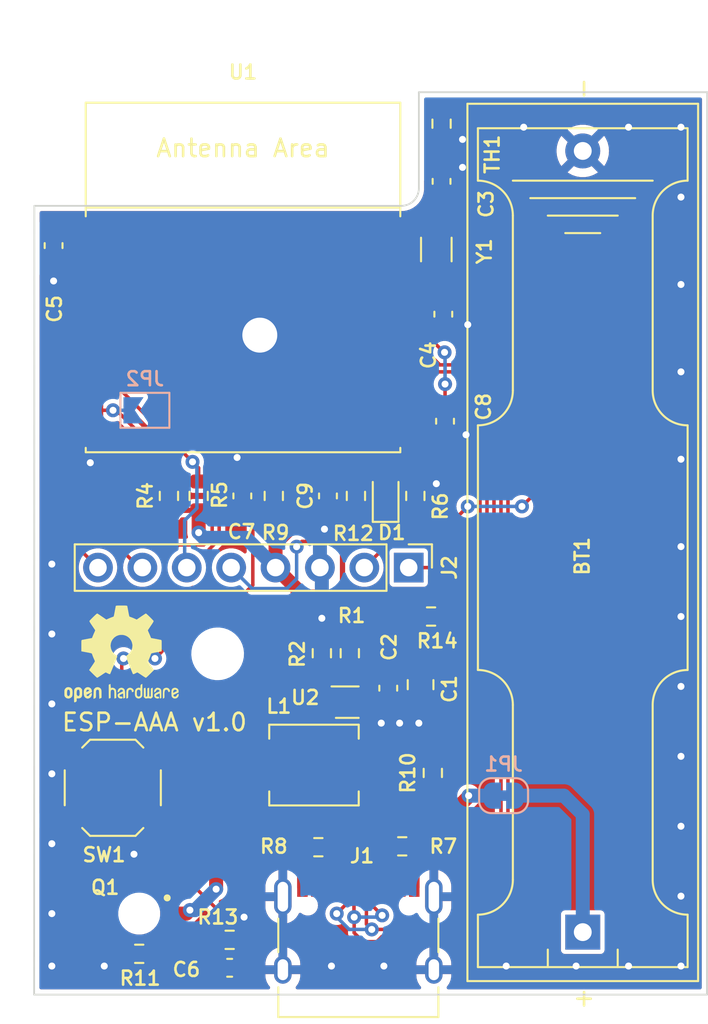
<source format=kicad_pcb>
(kicad_pcb (version 20240108) (generator "pcbnew") (generator_version "8.0")
  (layers (0 "F.Cu" signal) (31 "B.Cu" signal) (34 "B.Paste" user) (35 "F.Paste" user) (36 "B.SilkS" user "B.Silkscreen") (37 "F.SilkS" user "F.Silkscreen") (38 "B.Mask" user) (39 "F.Mask" user) (44 "Edge.Cuts" user))
  (property "VERSION" "1.0")
  (net 0 "")
  (net 1 "GND")
  (net 2 "Net-(JP1-B)")
  (net 3 "Net-(U2-FB)")
  (net 4 "Net-(U1-GPIO0{slash}ADC1_CH0{slash}XTAL_32K_P)")
  (net 5 "Net-(U1-GPIO1{slash}ADC1_CH1{slash}XTAL_32K_N)")
  (net 6 "+3V3")
  (net 7 "Net-(U1-EN{slash}CHIP_PU)")
  (net 8 "/VBAT_SENS")
  (net 9 "Net-(D1-K)")
  (net 11 "Net-(J1-CC1)")
  (net 12 "/D+")
  (net 13 "/D-")
  (net 15 "Net-(J1-CC2)")
  (net 17 "/TXD")
  (net 18 "/RXD")
  (net 19 "/G8")
  (net 20 "Net-(U2-SW)")
  (net 21 "/G5")
  (net 22 "/G9")
  (net 23 "Net-(BT1-+)")
  (net 24 "/PHOTO_SENS")
  (net 25 "/TEMP_SENS")
  (net 26 "/G10")
  (net 27 "/G7")
  (net 28 "/PHOTO_INT")
  (footprint "Battery:BatteryHolder_Keystone_2466_1xAAA" (layer "F.Cu") (at 119.38 134.06 90)
    (property "Reference" "BT1")
    (property "Value" "AAA")
  )
  (footprint "Capacitor_SMD:C_0603_1608Metric" (layer "F.Cu") (at 99.175 136.1)
    (property "Reference" "C6")
    (property "Value" "0.1u")
  )
  (footprint "Resistor_SMD:R_0603_1608Metric" (layer "F.Cu") (at 99.175 134.5)
    (property "Reference" "R13")
    (property "Value" "100k")
  )
  (footprint "Resistor_SMD:R_0603_1608Metric" (layer "F.Cu") (at 106.05 118.1 90)
    (property "Reference" "R2")
    (property "Value" "1.3M")
  )
  (footprint "Resistor_SMD:R_0603_1608Metric" (layer "F.Cu") (at 109.8 109.1 -90)
    (property "Reference" "R6")
    (property "Value" "1.2k")
  )
  (footprint "Resistor_SMD:R_0603_1608Metric" (layer "F.Cu") (at 109.05 129.15)
    (property "Reference" "R7")
    (property "Value" "5.1k")
  )
  (footprint "Capacitor_SMD:C_0603_1608Metric" (layer "F.Cu") (at 99.9 109.1 -90)
    (property "Reference" "C7")
    (property "Value" "1u")
  )
  (footprint "Capacitor_SMD:C_0603_1608Metric" (layer "F.Cu") (at 108.25 120.1 -90)
    (property "Reference" "C2")
    (property "Value" "1u")
  )
  (footprint "Resistor_SMD:R_0603_1608Metric" (layer "F.Cu") (at 111.3 87.8 -90)
    (property "Reference" "TH1")
    (property "Value" "TX06F103F3435ER")
  )
  (footprint "Resistor_SMD:R_0603_1608Metric" (layer "F.Cu") (at 94 135.3)
    (property "Reference" "R11")
    (property "Value" "100k")
  )
  (footprint "Capacitor_SMD:C_0603_1608Metric" (layer "F.Cu") (at 104.8 109.1 -90)
    (property "Reference" "C9")
    (property "Value" "0.1u")
  )
  (footprint "Capacitor_SMD:C_0603_1608Metric" (layer "F.Cu") (at 89.1 94.775 -90)
    (property "Reference" "C5")
    (property "Value" "1u")
  )
  (footprint "PCM_Espressif:ESP32-C3-WROOM-02" (layer "F.Cu") (at 99.94 99.6)
    (property "Reference" "U1")
    (property "Value" "ESP32-C3-WROOM-02")
  )
  (footprint "MountingHole:MountingHole_2.5mm" (layer "F.Cu") (at 98.487 118.135)
    (property "Reference" "H1" (hide yes))
    (property "Value" "MountingHole")
  )
  (footprint "Capacitor_SMD:C_0603_1608Metric" (layer "F.Cu") (at 111.5 104.825 -90)
    (property "Reference" "C8")
    (property "Value" "0.1u")
  )
  (footprint "Crystal:Crystal_SMD_3215-2Pin_3.2x1.5mm" (layer "F.Cu") (at 111 95 90)
    (property "Reference" "Y1")
    (property "Value" "Q13FC1350000400")
  )
  (footprint "Resistor_SMD:R_0603_1608Metric" (layer "F.Cu") (at 106.4 109.1 90)
    (property "Reference" "R12")
    (property "Value" "100k")
  )
  (footprint "Resistor_SMD:R_0603_1608Metric" (layer "F.Cu") (at 97.4 109.1 90)
    (property "Reference" "R5")
    (property "Value" "10k")
  )
  (footprint "Resistor_SMD:R_0603_1608Metric" (layer "F.Cu") (at 101.7 109.1 -90)
    (property "Reference" "R9")
    (property "Value" "10k")
  )
  (footprint "esp-aaa:SML-810TB" (layer "F.Cu") (at 94 133 180)
    (property "Reference" "Q1")
    (property "Value" "IN-S126BTNPT")
  )
  (footprint "Package_TO_SOT_SMD:SOT-563" (layer "F.Cu") (at 105.905 120.9)
    (property "Reference" "U2")
    (property "Value" "TPS61023")
  )
  (footprint "LED_SMD:LED_0603_1608Metric" (layer "F.Cu") (at 108.1 109.1 90)
    (property "Reference" "D1")
    (property "Value" "LED")
  )
  (footprint "Inductor_SMD:L_Chilisin_BMRA00040415" (layer "F.Cu") (at 104 124.5)
    (property "Reference" "L1")
    (property "Value" "1u")
  )
  (footprint "Resistor_SMD:R_0603_1608Metric" (layer "F.Cu") (at 110.7 116)
    (property "Reference" "R14")
    (property "Value" "10k")
  )
  (footprint "Button_Switch_SMD:SW_Push_1P1T_XKB_TS-1187A" (layer "F.Cu") (at 92.487 125.8)
    (property "Reference" "SW1")
    (property "Value" "SW_Push")
  )
  (footprint "Resistor_SMD:R_0603_1608Metric" (layer "F.Cu") (at 104.45 118.1 -90)
    (property "Reference" "R1")
    (property "Value" "300k")
  )
  (footprint "Capacitor_SMD:C_0603_1608Metric" (layer "F.Cu") (at 111.4 98.7 90)
    (property "Reference" "C4")
    (property "Value" "18p")
  )
  (footprint "Resistor_SMD:R_0603_1608Metric" (layer "F.Cu") (at 110.8 124.95 90)
    (property "Reference" "R10")
    (property "Value" "10k")
  )
  (footprint "Resistor_SMD:R_0603_1608Metric" (layer "F.Cu") (at 95.7 109.1 90)
    (property "Reference" "R4")
    (property "Value" "10k")
  )
  (footprint "Resistor_SMD:R_0603_1608Metric" (layer "F.Cu") (at 104.25 129.2 180)
    (property "Reference" "R8")
    (property "Value" "5.1k")
  )
  (footprint "Capacitor_SMD:C_0603_1608Metric" (layer "F.Cu") (at 111.3 91.1 -90)
    (property "Reference" "C3")
    (property "Value" "18p")
  )
  (footprint "Connector_PinHeader_2.54mm:PinHeader_1x08_P2.54mm_Vertical" (layer "F.Cu") (at 109.42 113.2 -90)
    (property "Reference" "J2")
    (property "Value" "Conn_01x08_Female")
  )
  (footprint "Connector_USB:USB_C_Receptacle_XKB_U262-16XN-4BVC11" (layer "F.Cu") (at 106.538 135.135)
    (property "Reference" "J1")
    (property "Value" "USB_C_Receptacle_USB2.0")
  )
  (footprint "Capacitor_SMD:C_0805_2012Metric" (layer "F.Cu") (at 110.1 119.9 -90)
    (property "Reference" "C1")
    (property "Value" "22u")
  )
  (footprint "Symbol:OSHW-Logo2_7.3x6mm_SilkScreen" (layer "F.Cu") (at 92.987 118.135)
    (property "Reference" "REF**" (hide yes))
    (property "Value" "OSHW-Logo2_7.3x6mm_SilkScreen" (hide yes))
  )
  (footprint "Jumper:SolderJumper-2_P1.3mm_Open_TrianglePad1.0x1.5mm" (layer "B.Cu") (at 94.325 104.2 180)
    (property "Reference" "JP2")
    (property "Value" "SolderJumper_2_Open")
  )
  (footprint "Jumper:SolderJumper-2_P1.3mm_Bridged_RoundedPad1.0x1.5mm" (layer "B.Cu") (at 114.85 126.25 180)
    (property "Reference" "JP1")
    (property "Value" "SolderJumper_2_Bridged")
  )
  (gr_line (start 110 91.5) (end 110 86) (stroke (width 0.1)) (layer "Edge.Cuts"))
  (gr_line (start 126.487 137.635) (end 87.987 137.635) (stroke (width 0.1)) (layer "Edge.Cuts"))
  (gr_line (start 126.5 86) (end 126.487 137.635) (stroke (width 0.1)) (layer "Edge.Cuts"))
  (gr_line (start 88 92.5) (end 109 92.5) (stroke (width 0.1)) (layer "Edge.Cuts"))
  (gr_line (start 110 86) (end 126.5 86) (stroke (width 0.1)) (layer "Edge.Cuts"))
  (gr_arc (start 110 91.5) (mid 109.707107 92.207107) (end 109 92.5) (stroke (width 0.1)) (layer "Edge.Cuts"))
  (gr_line (start 87.987 137.635) (end 88 92.5) (stroke (width 0.1)) (layer "Edge.Cuts"))
  (gr_text "ESP-AAA v1.0\n" (at 89.487 122.635 0) (layer "F.SilkS") (effects (font (size 1 1)) (justify left bottom)))
  (segment (start 111.5 105.6) (end 112.7 105.6) (width 0.8) (layer "F.Cu") (net 1))
  (segment (start 109.8 108.275) (end 110.875 108.275) (width 0.8) (layer "F.Cu") (net 1))
  (segment (start 95.2 129.7) (end 93.8 129.7) (width 0.8) (layer "F.Cu") (net 1))
  (segment (start 110.875 108.275) (end 111 108.4) (width 0.8) (layer "F.Cu") (net 1))
  (segment (start 102 101) (end 99.8 101) (width 0.8) (layer "F.Cu") (net 1))
  (segment (start 110.1 122) (end 110 122.1) (width 0.8) (layer "F.Cu") (net 1))
  (segment (start 103.188 129.274) (end 103.562 128.9) (width 0.2) (layer "F.Cu") (net 1))
  (segment (start 104.45 117.275) (end 104.45 116.1) (width 0.8) (layer "F.Cu") (net 1))
  (segment (start 109.588 131.465) (end 109.588 129.224) (width 0.2) (layer "F.Cu") (net 1))
  (segment (start 93.8 129.7) (end 93.7 129.6) (width 0.8) (layer "F.Cu") (net 1))
  (segment (start 95.2 129.7) (end 95.487 129.413) (width 0.8) (layer "F.Cu") (net 1))
  (segment (start 100.85 98.8) (end 100.85 101) (width 0.8) (layer "F.Cu") (net 1))
  (segment (start 95.487 129.413) (end 95.487 127.675) (width 0.8) (layer "F.Cu") (net 1))
  (segment (start 112.425 88.625) (end 112.5 88.7) (width 0.2) (layer "F.Cu") (net 1))
  (segment (start 111.3 90.325) (end 112.475 90.325) (width 0.2) (layer "F.Cu") (net 1))
  (segment (start 104.8 109.875) (end 104.8 110.8) (width 0.8) (layer "F.Cu") (net 1))
  (segment (start 104.8 110.8) (end 104.6 111) (width 0.8) (layer "F.Cu") (net 1))
  (segment (start 111.4 99.475) (end 112.625 99.475) (width 0.2) (layer "F.Cu") (net 1))
  (segment (start 112.625 99.475) (end 112.8 99.3) (width 0.2) (layer "F.Cu") (net 1))
  (segment (start 99.8 98.8) (end 102 98.8) (width 0.8) (layer "F.Cu") (net 1))
  (segment (start 91.19 105.7) (end 91.19 107.19) (width 0.8) (layer "F.Cu") (net 1))
  (segment (start 109.588 129.224) (end 109.912 128.9) (width 0.2) (layer "F.Cu") (net 1))
  (segment (start 112.475 90.325) (end 112.5 90.3) (width 0.2) (layer "F.Cu") (net 1))
  (segment (start 89.1 95.55) (end 89.1 96.8) (width 0.8) (layer "F.Cu") (net 1))
  (segment (start 99.9 109.875) (end 99.5875 109.875) (width 0.3) (layer "F.Cu") (net 1))
  (segment (start 91.19 107.19) (end 91.2 107.2) (width 0.8) (layer "F.Cu") (net 1))
  (segment (start 99.025 109.3125) (end 99.025 107.475) (width 0.3) (layer "F.Cu") (net 1))
  (segment (start 103.188 131.465) (end 103.188 129.274) (width 0.2) (layer "F.Cu") (net 1))
  (segment (start 108.25 121.7) (end 107.85 122.1) (width 0.8) (layer "F.Cu") (net 1))
  (segment (start 99.025 107.475) (end 99.6 106.9) (width 0.3) (layer "F.Cu") (net 1))
  (segment (start 110.1 120.85) (end 110.1 122) (width 0.8) (layer "F.Cu") (net 1))
  (segment (start 100 134.5) (end 100 133.2) (width 0.2) (layer "F.Cu") (net 1))
  (segment (start 108.25 120.875) (end 108.25 121.7) (width 0.8) (layer "F.Cu") (net 1))
  (segment (start 111.3 88.625) (end 112.425 88.625) (width 0.2) (layer "F.Cu") (net 1))
  (segment (start 99.8 99.9) (end 102 99.9) (width 0.8) (layer "F.Cu") (net 1))
  (segment (start 99.5875 109.875) (end 99.025 109.3125) (width 0.3) (layer "F.Cu") (net 1))
  (segment (start 102 98.8) (end 102 101) (width 0.8) (layer "F.Cu") (net 1))
  (segment (start 99.95 134.55) (end 100 134.5) (width 0.2) (layer "F.Cu") (net 1))
  (segment (start 99.8 98.8) (end 99.8 101) (width 0.8) (layer "F.Cu") (net 1))
  (segment (start 99.95 136.1) (end 99.95 134.55) (width 0.2) (layer "F.Cu") (net 1))
  (via (at 108.9 122.1) (size 0.8) (drill 0.4) (layers "F.Cu" "B.Cu") (net 1))
  (via (at 125 107) (size 0.8) (drill 0.4) (layers "F.Cu" "B.Cu") (net 1))
  (via (at 112.7 105.6) (size 0.8) (drill 0.4) (layers "F.Cu" "B.Cu") (net 1))
  (via (at 108 136) (size 0.8) (drill 0.4) (layers "F.Cu" "B.Cu") (net 1))
  (via (at 125 124) (size 0.8) (drill 0.4) (layers "F.Cu" "B.Cu") (net 1))
  (via (at 99.6 106.9) (size 0.8) (drill 0.4) (layers "F.Cu" "B.Cu") (net 1))
  (via (at 89 121) (size 0.8) (drill 0.4) (layers "F.Cu" "B.Cu") (net 1))
  (via (at 125 132) (size 0.8) (drill 0.4) (layers "F.Cu" "B.Cu") (net 1))
  (via (at 125 120) (size 0.8) (drill 0.4) (layers "F.Cu" "B.Cu") (net 1))
  (via (at 116 88) (size 0.8) (drill 0.4) (layers "F.Cu" "B.Cu") (net 1))
  (via (at 125 136) (size 0.8) (drill 0.4) (layers "F.Cu" "B.Cu") (net 1))
  (via (at 125 97) (size 0.8) (drill 0.4) (layers "F.Cu" "B.Cu") (net 1))
  (via (at 89 117) (size 0.8) (drill 0.4) (layers "F.Cu" "B.Cu") (net 1))
  (via (at 91.2 107.2) (size 0.8) (drill 0.4) (layers "F.Cu" "B.Cu") (net 1))
  (via (at 92 136) (size 0.8) (drill 0.4) (layers "F.Cu" "B.Cu") (net 1))
  (via (at 125 112) (size 0.8) (drill 0.4) (layers "F.Cu" "B.Cu") (net 1))
  (via (at 119 136) (size 0.8) (drill 0.4) (layers "F.Cu" "B.Cu") (net 1))
  (via (at 107.85 122.1) (size 0.8) (drill 0.4) (layers "F.Cu" "B.Cu") (net 1))
  (via (at 104.6 111) (size 0.8) (drill 0.4) (layers "F.Cu" "B.Cu") (net 1))
  (via (at 125 92) (size 0.8) (drill 0.4) (layers "F.Cu" "B.Cu") (net 1))
  (via (at 89 136) (size 0.8) (drill 0.4) (layers "F.Cu" "B.Cu") (net 1))
  (via (at 110 122.1) (size 0.8) (drill 0.4) (layers "F.Cu" "B.Cu") (net 1))
  (via (at 112.8 99.3) (size 0.8) (drill 0.4) (layers "F.Cu" "B.Cu") (net 1))
  (via (at 125 116) (size 0.8) (drill 0.4) (layers "F.Cu" "B.Cu") (net 1))
  (via (at 104.45 116.1) (size 0.8) (drill 0.4) (layers "F.Cu" "B.Cu") (net 1))
  (via (at 100.9 99.9) (size 3) (drill 2) (layers "F.Cu" "B.Cu") (net 1))
  (via (at 125 102) (size 0.8) (drill 0.4) (layers "F.Cu" "B.Cu") (net 1))
  (via (at 89 133) (size 0.8) (drill 0.4) (layers "F.Cu" "B.Cu") (net 1))
  (via (at 89 125) (size 0.8) (drill 0.4) (layers "F.Cu" "B.Cu") (net 1))
  (via (at 122 88) (size 0.8) (drill 0.4) (layers "F.Cu" "B.Cu") (net 1))
  (via (at 122 136) (size 0.8) (drill 0.4) (layers "F.Cu" "B.Cu") (net 1))
  (via (at 89.1 96.8) (size 0.8) (drill 0.4) (layers "F.Cu" "B.Cu") (net 1))
  (via (at 105 136) (size 0.8) (drill 0.4) (layers "F.Cu" "B.Cu") (net 1))
  (via (at 115 136) (size 0.8) (drill 0.4) (layers "F.Cu" "B.Cu") (net 1))
  (via (at 125 128) (size 0.8) (drill 0.4) (layers "F.Cu" "B.Cu") (net 1))
  (via (at 93.7 129.6) (size 0.8) (drill 0.4) (layers "F.Cu" "B.Cu") (net 1))
  (via (at 125 88) (size 0.8) (drill 0.4) (layers "F.Cu" "B.Cu") (net 1))
  (via (at 89 129) (size 0.8) (drill 0.4) (layers "F.Cu" "B.Cu") (net 1))
  (via (at 112.5 90.3) (size 0.8) (drill 0.4) (layers "F.Cu" "B.Cu") (net 1))
  (via (at 100 133.2) (size 0.8) (drill 0.4) (layers "F.Cu" "B.Cu") (net 1))
  (via (at 112.5 88.7) (size 0.8) (drill 0.4) (layers "F.Cu" "B.Cu") (net 1))
  (via (at 111 108.4) (size 0.8) (drill 0.4) (layers "F.Cu" "B.Cu") (net 1))
  (via (at 89 113) (size 0.8) (drill 0.4) (layers "F.Cu" "B.Cu") (net 1))
  (segment (start 104.34 111.26) (end 104.6 111) (width 0.8) (layer "B.Cu") (net 1))
  (segment (start 104.45 116.1) (end 104.45 113.31) (width 0.8) (layer "B.Cu") (net 1))
  (segment (start 104.45 113.31) (end 104.34 113.2) (width 0.8) (layer "B.Cu") (net 1))
  (segment (start 104.34 113.2) (end 104.34 111.26) (width 0.8) (layer "B.Cu") (net 1))
  (segment (start 112.85 126.3) (end 111.8 127.35) (width 0.8) (layer "F.Cu") (net 2))
  (segment (start 111.8 127.35) (end 110.8 127.35) (width 0.8) (layer "F.Cu") (net 2))
  (segment (start 102.15 126.7) (end 102.15 124.5) (width 0.8) (layer "F.Cu") (net 2))
  (segment (start 102.8 127.35) (end 102.15 126.7) (width 0.8) (layer "F.Cu") (net 2))
  (segment (start 110.8 125.775) (end 110.8 127.35) (width 0.3) (layer "F.Cu") (net 2))
  (segment (start 112.85 126.25) (end 112.85 126.3) (width 0.8) (layer "F.Cu") (net 2))
  (segment (start 110.8 127.35) (end 102.8 127.35) (width 0.8) (layer "F.Cu") (net 2))
  (via (at 112.85 126.25) (size 0.8) (drill 0.4) (layers "F.Cu" "B.Cu") (net 2))
  (segment (start 114.2 126.25) (end 112.85 126.25) (width 0.8) (layer "B.Cu") (net 2))
  (segment (start 108.69 93.7) (end 110.95 93.7) (width 0.2) (layer "F.Cu") (net 4))
  (segment (start 111 93.75) (end 111 92.175) (width 0.2) (layer "F.Cu") (net 4))
  (segment (start 111 92.175) (end 111.3 91.875) (width 0.2) (layer "F.Cu") (net 4))
  (segment (start 110.95 93.7) (end 111 93.75) (width 0.2) (layer "F.Cu") (net 4))
  (segment (start 108.69 95.2) (end 109.95 95.2) (width 0.2) (layer "F.Cu") (net 5))
  (segment (start 109.95 95.2) (end 111 96.25) (width 0.2) (layer "F.Cu") (net 5))
  (segment (start 111 97.525) (end 111.4 97.925) (width 0.2) (layer "F.Cu") (net 5))
  (segment (start 111 96.25) (end 111 97.525) (width 0.2) (layer "F.Cu") (net 5))
  (segment (start 95.7 109.925) (end 97.4 109.925) (width 0.3) (layer "F.Cu") (net 6))
  (segment (start 103.2 109.9) (end 103.2 110.4) (width 0.8) (layer "F.Cu") (net 6))
  (segment (start 103.2 110.4) (end 101.8 111.8) (width 0.8) (layer "F.Cu") (net 6))
  (segment (start 95.65 133) (end 96.7 133) (width 0.8) (layer "F.Cu") (net 6))
  (segment (start 109.875 117.575) (end 110.1 117.8) (width 0.3) (layer "F.Cu") (net 6))
  (segment (start 95.9 99.3) (end 103.2 106.6) (width 0.8) (layer "F.Cu") (net 6))
  (segment (start 105.427688 114.85) (end 105.632344 114.645344) (width 0.8) (layer "F.Cu") (net 6))
  (segment (start 105.632344 112.267656) (end 105.632344 114.645344) (width 0.3) (layer "F.Cu") (net 6))
  (segment (start 94 93.7) (end 95.9 95.6) (width 0.8) (layer "F.Cu") (net 6))
  (segment (start 102.6 119) (end 102.6 115.290688) (width 0.8) (layer "F.Cu") (net 6))
  (segment (start 106.4 111.5) (end 105.632344 112.267656) (width 0.3) (layer "F.Cu") (net 6))
  (segment (start 106.4 109.925) (end 106.4 111.5) (width 0.3) (layer "F.Cu") (net 6))
  (segment (start 110.1 117.8) (end 110.1 118.95) (width 0.3) (layer "F.Cu") (net 6))
  (segment (start 101.8 111.8) (end 101.8 113.2) (width 0.8) (layer "F.Cu") (net 6))
  (segment (start 98.4 123.2) (end 102.6 119) (width 0.8) (layer "F.Cu") (net 6))
  (segment (start 106.05 115.063) (end 106.05 117.275) (width 0.8) (layer "F.Cu") (net 6))
  (segment (start 101.8 113.2) (end 103.245344 114.645344) (width 0.8) (layer "F.Cu") (net 6))
  (segment (start 103.2 106.6) (end 103.2 109.9) (width 0.8) (layer "F.Cu") (net 6))
  (segment (start 98.4 131.6) (end 98.4 123.2) (width 0.8) (layer "F.Cu") (net 6))
  (segment (start 95.9 95.6) (end 95.9 99.3) (width 0.8) (layer "F.Cu") (net 6))
  (segment (start 89.4 93.7) (end 89.1 94) (width 0.8) (layer "F.Cu") (net 6))
  (segment (start 103.245344 114.645344) (end 103.45 114.85) (width 0.8) (layer "F.Cu") (net 6))
  (segment (start 91.19 93.7) (end 89.4 93.7) (width 0.8) (layer "F.Cu") (net 6))
  (segment (start 97.4 109.925) (end 97.4 111.2) (width 0.8) (layer "F.Cu") (net 6))
  (segment (start 103.45 114.85) (end 105.427688 114.85) (width 0.8) (layer "F.Cu") (net 6))
  (segment (start 101.7 109.925) (end 103.175 109.925) (width 0.8) (layer "F.Cu") (net 6))
  (segment (start 105.632344 114.645344) (end 106.05 115.063) (width 0.8) (layer "F.Cu") (net 6))
  (segment (start 109.875 116) (end 109.875 117.575) (width 0.3) (layer "F.Cu") (net 6))
  (segment (start 102.6 115.290688) (end 103.245344 114.645344) (width 0.8) (layer "F.Cu") (net 6))
  (segment (start 96.7 133) (end 96.9 132.8) (width 0.8) (layer "F.Cu") (net 6))
  (segment (start 103.175 109.925) (end 103.2 109.9) (width 0.8) (layer "F.Cu") (net 6))
  (segment (start 91.19 93.7) (end 94 93.7) (width 0.8) (layer "F.Cu") (net 6))
  (via (at 97.4 111.2) (size 0.8) (drill 0.4) (layers "F.Cu" "B.Cu") (net 6))
  (via (at 98.4 131.6) (size 0.8) (drill 0.4) (layers "F.Cu" "B.Cu") (net 6))
  (via (at 96.9 132.8) (size 0.8) (drill 0.4) (layers "F.Cu" "B.Cu") (net 6))
  (segment (start 100.1 111.5) (end 97.7 111.5) (width 0.8) (layer "B.Cu") (net 6))
  (segment (start 97.7 111.5) (end 97.4 111.2) (width 0.8) (layer "B.Cu") (net 6))
  (segment (start 97.2 132.8) (end 98.4 131.6) (width 0.8) (layer "B.Cu") (net 6))
  (segment (start 101.8 113.2) (end 100.1 111.5) (width 0.8) (layer "B.Cu") (net 6))
  (segment (start 96.9 132.8) (end 97.2 132.8) (width 0.8) (layer "B.Cu") (net 6))
  (segment (start 95.3 116.6) (end 97.2 114.7) (width 0.2) (layer "F.Cu") (net 7))
  (segment (start 93 118.5005) (end 93.1005 118.4) (width 0.2) (layer "F.Cu") (net 7))
  (segment (start 94.5 96.5) (end 93.2 95.2) (width 0.2) (layer "F.Cu") (net 7))
  (segment (start 100.4 107.825) (end 100.4 106.4) (width 0.2) (layer "F.Cu") (net 7))
  (segment (start 100.675 109.1) (end 99.9 108.325) (width 0.2) (layer "F.Cu") (net 7))
  (segment (start 95.2 121.348) (end 93 119.148) (width 0.2) (layer "F.Cu") (net 7))
  (segment (start 97.2 114.7) (end 100 114.7) (width 0.2) (layer "F.Cu") (net 7))
  (segment (start 93.2 95.2) (end 91.19 95.2) (width 0.2) (layer "F.Cu") (net 7))
  (segment (start 99.9 108.325) (end 100.4 107.825) (width 0.2) (layer "F.Cu") (net 7))
  (segment (start 100 114.7) (end 100.5 114.2) (width 0.2) (layer "F.Cu") (net 7))
  (segment (start 94.5 100.5) (end 94.5 96.5) (width 0.2) (layer "F.Cu") (net 7))
  (segment (start 100.5 110.492462) (end 100.675 110.317462) (width 0.2) (layer "F.Cu") (net 7))
  (segment (start 99.95 108.275) (end 99.9 108.325) (width 0.2) (layer "F.Cu") (net 7))
  (segment (start 93 119.148) (end 93 118.5005) (width 0.2) (layer "F.Cu") (net 7))
  (segment (start 94.9 118.4) (end 95.3 118) (width 0.2) (layer "F.Cu") (net 7))
  (segment (start 95.3 118) (end 95.3 116.6) (width 0.2) (layer "F.Cu") (net 7))
  (segment (start 95.487 122.187) (end 95.2 121.9) (width 0.2) (layer "F.Cu") (net 7))
  (segment (start 101.7 108.275) (end 99.95 108.275) (width 0.2) (layer "F.Cu") (net 7))
  (segment (start 95.2 121.9) (end 95.2 121.348) (width 0.2) (layer "F.Cu") (net 7))
  (segment (start 100.5 114.2) (end 100.5 110.492462) (width 0.2) (layer "F.Cu") (net 7))
  (segment (start 95.487 123.925) (end 95.487 122.187) (width 0.2) (layer "F.Cu") (net 7))
  (segment (start 89.487 123.925) (end 95.487 123.925) (width 0.2) (layer "F.Cu") (net 7))
  (segment (start 100.675 110.317462) (end 100.675 109.1) (width 0.2) (layer "F.Cu") (net 7))
  (segment (start 100.4 106.4) (end 94.5 100.5) (width 0.2) (layer "F.Cu") (net 7))
  (via (at 93.1005 118.4) (size 0.8) (drill 0.4) (layers "F.Cu" "B.Cu") (net 7))
  (via (at 94.9 118.4) (size 0.8) (drill 0.4) (layers "F.Cu" "B.Cu") (net 7))
  (segment (start 93.1005 118.4) (end 94.9 118.4) (width 0.2) (layer "B.Cu") (net 7))
  (segment (start 113.8 116.9) (end 112.9 116) (width 0.3) (layer "F.Cu") (net 8))
  (segment (start 112.275 124.125) (end 113.8 122.6) (width 0.3) (layer "F.Cu") (net 8))
  (segment (start 113.8 122.6) (end 113.8 116.9) (width 0.3) (layer "F.Cu") (net 8))
  (segment (start 110.8 124.125) (end 112.275 124.125) (width 0.3) (layer "F.Cu") (net 8))
  (segment (start 111.454269 100.9005) (end 110.2 99.646231) (width 0.2) (layer "F.Cu") (net 8))
  (segment (start 110.2 97.46) (end 109.44 96.7) (width 0.2) (layer "F.Cu") (net 8))
  (segment (start 114.3 105.6) (end 114.3 111.25) (width 0.2) (layer "F.Cu") (net 8))
  (segment (start 112.9 116) (end 111.525 116) (width 0.3) (layer "F.Cu") (net 8))
  (segment (start 111.5 104.05) (end 111.5 102.7) (width 0.2) (layer "F.Cu") (net 8))
  (segment (start 110.2 99.646231) (end 110.2 97.46) (width 0.2) (layer "F.Cu") (net 8))
  (segment (start 111.525 114.025) (end 111.525 116) (width 0.2) (layer "F.Cu") (net 8))
  (segment (start 114.3 111.25) (end 111.525 114.025) (width 0.2) (layer "F.Cu") (net 8))
  (segment (start 111.5 104.05) (end 112.75 104.05) (width 0.2) (layer "F.Cu") (net 8))
  (segment (start 112.75 104.05) (end 114.3 105.6) (width 0.2) (layer "F.Cu") (net 8))
  (segment (start 109.44 96.7) (end 108.69 96.7) (width 0.2) (layer "F.Cu") (net 8))
  (via (at 111.472006 100.882763) (size 0.8) (drill 0.4) (layers "F.Cu" "B.Cu") (net 8))
  (via (at 111.5 102.7) (size 0.8) (drill 0.4) (layers "F.Cu" "B.Cu") (net 8))
  (segment (start 111.5 100.910757) (end 111.472006 100.882763) (width 0.2) (layer "B.Cu") (net 8))
  (segment (start 111.5 102.7) (end 111.5 100.910757) (width 0.2) (layer "B.Cu") (net 8))
  (segment (start 105.288 131.465) (end 105.288 129.111) (width 0.2) (layer "F.Cu") (net 11))
  (segment (start 105.288 129.111) (end 105.212 129.035) (width 0.2) (layer "F.Cu") (net 11))
  (segment (start 108.69 99.7) (end 109.3 99.7) (width 0.2) (layer "F.Cu") (net 12))
  (segment (start 115.1 131.965686) (end 112.761113 134.304572) (width 0.2) (layer "F.Cu") (net 12))
  (segment (start 109.3 99.7) (end 111.2 101.6) (width 0.2) (layer "F.Cu") (net 12))
  (segment (start 107.9 133.1005) (end 107.288 132.4885) (width 0.2) (layer "F.Cu") (net 12))
  (segment (start 115.1 102.834314) (end 115.1 131.965686) (width 0.2) (layer "F.Cu") (net 12))
  (segment (start 106.804572 134.604572) (end 106.3 134.1) (width 0.2) (layer "F.Cu") (net 12))
  (segment (start 107.288 132.4885) (end 107.288 131.465) (width 0.2) (layer "F.Cu") (net 12))
  (segment (start 106.3 134.1) (end 106.3 133.2) (width 0.2) (layer "F.Cu") (net 12))
  (segment (start 107.896255 134.304572) (end 107.596255 134.604572) (width 0.2) (layer "F.Cu") (net 12))
  (segment (start 111.2 101.6) (end 113.865686 101.6) (width 0.2) (layer "F.Cu") (net 12))
  (segment (start 106.288 131.465) (end 106.288 133.188) (width 0.2) (layer "F.Cu") (net 12))
  (segment (start 113.865686 101.6) (end 115.1 102.834314) (width 0.2) (layer "F.Cu") (net 12))
  (segment (start 107.596255 134.604572) (end 106.804572 134.604572) (width 0.2) (layer "F.Cu") (net 12))
  (segment (start 106.288 133.188) (end 106.3 133.2) (width 0.2) (layer "F.Cu") (net 12))
  (segment (start 112.761113 134.304572) (end 107.896255 134.304572) (width 0.2) (layer "F.Cu") (net 12))
  (via (at 107.9 133.1005) (size 0.8) (drill 0.4) (layers "F.Cu" "B.Cu") (net 12))
  (via (at 106.3 133.2) (size 0.8) (drill 0.4) (layers "F.Cu" "B.Cu") (net 12))
  (segment (start 107.9 133.1005) (end 107.8005 133.2) (width 0.2) (layer "B.Cu") (net 12))
  (segment (start 107.8005 133.2) (end 106.3 133.2) (width 0.2) (layer "B.Cu") (net 12))
  (segment (start 110.234314 101.2) (end 111.034315 102) (width 0.2) (layer "F.Cu") (net 13))
  (segment (start 107 132.766186) (end 106.788 132.554186) (width 0.2) (layer "F.Cu") (net 13))
  (segment (start 111.034315 102) (end 113.7 102) (width 0.2) (layer "F.Cu") (net 13))
  (segment (start 105.3 133) (end 105.788 132.512) (width 0.2) (layer "F.Cu") (net 13))
  (segment (start 113.7 102) (end 114.7 103) (width 0.2) (layer "F.Cu") (net 13))
  (segment (start 112.595428 133.904572) (end 107.306305 133.904572) (width 0.2) (layer "F.Cu") (net 13))
  (segment (start 107.306305 133.904572) (end 107 133.598267) (width 0.2) (layer "F.Cu") (net 13))
  (segment (start 114.7 103) (end 114.7 131.8) (width 0.2) (layer "F.Cu") (net 13))
  (segment (start 107 133.598267) (end 107 132.766186) (width 0.2) (layer "F.Cu") (net 13))
  (segment (start 108.69 101.2) (end 110.234314 101.2) (width 0.2) (layer "F.Cu") (net 13))
  (segment (start 105.788 132.512) (end 105.788 131.465) (width 0.2) (layer "F.Cu") (net 13))
  (segment (start 106.788 132.554186) (end 106.788 131.465) (width 0.2) (layer "F.Cu") (net 13))
  (segment (start 114.7 131.8) (end 112.595428 133.904572) (width 0.2) (layer "F.Cu") (net 13))
  (via (at 105.3 133) (size 0.8) (drill 0.4) (layers "F.Cu" "B.Cu") (net 13))
  (via (at 107.306305 133.904572) (size 0.8) (drill 0.4) (layers "F.Cu" "B.Cu") (net 13))
  (segment (start 105.3 133) (end 105.3 133.18995) (width 0.2) (layer "B.Cu") (net 13))
  (segment (start 105.3 133.18995) (end 106.014622 133.904572) (width 0.2) (layer "B.Cu") (net 13))
  (segment (start 106.014622 133.904572) (end 107.306305 133.904572) (width 0.2) (layer "B.Cu") (net 13))
  (segment (start 108.288 131.465) (end 108.288 129.161) (width 0.2) (layer "F.Cu") (net 15))
  (segment (start 108.288 129.161) (end 108.262 129.135) (width 0.2) (layer "F.Cu") (net 15))
  (segment (start 110.6 105.917462) (end 111.032538 106.35) (width 0.2) (layer "F.Cu") (net 17))
  (segment (start 113.9 110.8) (end 111.5 113.2) (width 0.2) (layer "F.Cu") (net 17))
  (segment (start 111.032538 106.35) (end 111.75 106.35) (width 0.2) (layer "F.Cu") (net 17))
  (segment (start 110.6 104.367462) (end 110.6 105.917462) (width 0.2) (layer "F.Cu") (net 17))
  (segment (start 113.9 108.5) (end 113.9 110.8) (width 0.2) (layer "F.Cu") (net 17))
  (segment (start 108.932538 102.7) (end 110.6 104.367462) (width 0.2) (layer "F.Cu") (net 17))
  (segment (start 108.69 102.7) (end 108.932538 102.7) (width 0.2) (layer "F.Cu") (net 17))
  (segment (start 111.5 113.2) (end 109.42 113.2) (width 0.2) (layer "F.Cu") (net 17))
  (segment (start 111.75 106.35) (end 113.9 108.5) (width 0.2) (layer "F.Cu") (net 17))
  (segment (start 112.434314 107.6) (end 113.5 108.665686) (width 0.2) (layer "F.Cu") (net 18))
  (segment (start 108.28 111.8) (end 106.88 113.2) (width 0.2) (layer "F.Cu") (net 18))
  (segment (start 110.2 104.96) (end 110.2 106.6) (width 0.2) (layer "F.Cu") (net 18))
  (segment (start 108.69 104.2) (end 109.44 104.2) (width 0.2) (layer "F.Cu") (net 18))
  (segment (start 113.5 108.665686) (end 113.5 110.634314) (width 0.2) (layer "F.Cu") (net 18))
  (segment (start 109.44 104.2) (end 110.2 104.96) (width 0.2) (layer "F.Cu") (net 18))
  (segment (start 111.2 107.6) (end 112.434314 107.6) (width 0.2) (layer "F.Cu") (net 18))
  (segment (start 113.5 110.634314) (end 112.334314 111.8) (width 0.2) (layer "F.Cu") (net 18))
  (segment (start 110.2 106.6) (end 111.2 107.6) (width 0.2) (layer "F.Cu") (net 18))
  (segment (start 112.334314 111.8) (end 108.28 111.8) (width 0.2) (layer "F.Cu") (net 18))
  (segment (start 97.4 107.5) (end 97.4 108.275) (width 0.2) (layer "F.Cu") (net 19))
  (segment (start 92.6 102.7) (end 97.05 107.15) (width 0.2) (layer "F.Cu") (net 19))
  (segment (start 97.05 107.15) (end 97.4 107.5) (width 0.2) (layer "F.Cu") (net 19))
  (segment (start 97.4 108.275) (end 97.7 108.275) (width 0.2) (layer "F.Cu") (net 19))
  (segment (start 91.19 102.7) (end 92.6 102.7) (width 0.2) (layer "F.Cu") (net 19))
  (via (at 97.05 107.15) (size 0.8) (drill 0.4) (layers "F.Cu" "B.Cu") (net 19))
  (segment (start 96.72 113.2) (end 96.6 113.08) (width 0.2) (layer "B.Cu") (net 19))
  (segment (start 96.6 110.5) (end 97.3 109.8) (width 0.2) (layer "B.Cu") (net 19))
  (segment (start 96.6 113.08) (end 96.6 110.5) (width 0.2) (layer "B.Cu") (net 19))
  (segment (start 97.3 109.8) (end 97.3 107.4) (width 0.2) (layer "B.Cu") (net 19))
  (segment (start 97.3 107.4) (end 97.05 107.15) (width 0.2) (layer "B.Cu") (net 19))
  (segment (start 90.5 98.2) (end 91.19 98.2) (width 0.2) (layer "F.Cu") (net 21))
  (segment (start 91.64 113.2) (end 89.2 110.76) (width 0.2) (layer "F.Cu") (net 21))
  (segment (start 89.2 99.5) (end 90.5 98.2) (width 0.2) (layer "F.Cu") (net 21))
  (segment (start 89.2 110.76) (end 89.2 99.5) (width 0.2) (layer "F.Cu") (net 21))
  (segment (start 92.5 104.2) (end 92.7 104.2) (width 0.2) (layer "F.Cu") (net 22))
  (segment (start 91.19 104.2) (end 92.5 104.2) (width 0.2) (layer "F.Cu") (net 22))
  (segment (start 95.7 107.2) (end 95.7 108.275) (width 0.2) (layer "F.Cu") (net 22))
  (segment (start 92.7 104.2) (end 95.7 107.2) (width 0.2) (layer "F.Cu") (net 22))
  (via (at 92.5 104.2) (size 0.8) (drill 0.4) (layers "F.Cu" "B.Cu") (net 22))
  (segment (start 93.6 104.2) (end 92.5 104.2) (width 0.2) (layer "B.Cu") (net 22))
  (segment (start 119.38 127.33) (end 119.38 134.06) (width 0.8) (layer "B.Cu") (net 23))
  (segment (start 115.5 126.25) (end 118.3 126.25) (width 0.8) (layer "B.Cu") (net 23))
  (segment (start 118.3 126.25) (end 119.38 127.33) (width 0.8) (layer "B.Cu") (net 23))
  (segment (start 94.24 118.74) (end 95.1 119.6) (width 0.2) (layer "F.Cu") (net 24))
  (segment (start 96.5 135.3) (end 97.3 134.5) (width 0.2) (layer "F.Cu") (net 24))
  (segment (start 98.575 105.375) (end 98.575 111.585661) (width 0.2) (layer "F.Cu") (net 24))
  (segment (start 98 112.160661) (end 98 113.9) (width 0.2) (layer "F.Cu") (net 24))
  (segment (start 91.19 96.7) (end 92.6 96.7) (width 0.2) (layer "F.Cu") (net 24))
  (segment (start 93.5 97.6) (end 93.5 100.3) (width 0.2) (layer "F.Cu") (net 24))
  (segment (start 98.35 132.65) (end 98.35 134.5) (width 0.2) (layer "F.Cu") (net 24))
  (segment (start 95.7 119.6) (end 97.3 121.2) (width 0.2) (layer "F.Cu") (net 24))
  (segment (start 93.5 100.3) (end 98.575 105.375) (width 0.2) (layer "F.Cu") (net 24))
  (segment (start 97.3 121.2) (end 97.3 131.6) (width 0.2) (layer "F.Cu") (net 24))
  (segment (start 97.3 134.5) (end 98.35 134.5) (width 0.2) (layer "F.Cu") (net 24))
  (segment (start 94.24 117.150883) (end 94.24 118.74) (width 0.2) (layer "F.Cu") (net 24))
  (segment (start 98.35 136.05) (end 98.4 136.1) (width 0.2) (layer "F.Cu") (net 24))
  (segment (start 97.050883 114.34) (end 94.24 117.150883) (width 0.2) (layer "F.Cu") (net 24))
  (segment (start 98.35 134.5) (end 98.35 136.05) (width 0.2) (layer "F.Cu") (net 24))
  (segment (start 97.56 114.34) (end 97.050883 114.34) (width 0.2) (layer "F.Cu") (net 24))
  (segment (start 98 113.9) (end 97.56 114.34) (width 0.2) (layer "F.Cu") (net 24))
  (segment (start 95.1 119.6) (end 95.7 119.6) (width 0.2) (layer "F.Cu") (net 24))
  (segment (start 92.6 96.7) (end 93.5 97.6) (width 0.2) (layer "F.Cu") (net 24))
  (segment (start 94.825 135.3) (end 96.5 135.3) (width 0.2) (layer "F.Cu") (net 24))
  (segment (start 98.575 111.585661) (end 98 112.160661) (width 0.2) (layer "F.Cu") (net 24))
  (segment (start 97.3 131.6) (end 98.35 132.65) (width 0.2) (layer "F.Cu") (net 24))
  (segment (start 116.7 108.9) (end 116.7 90.1) (width 0.2) (layer "F.Cu") (net 25))
  (segment (start 106.3 98.2) (end 108.69 98.2) (width 0.2) (layer "F.Cu") (net 25))
  (segment (start 115.9 109.7) (end 116.7 108.9) (width 0.2) (layer "F.Cu") (net 25))
  (segment (start 104.8 99.7) (end 106.3 98.2) (width 0.2) (layer "F.Cu") (net 25))
  (segment (start 107.325 110.725) (end 107.325 109.2) (width 0.2) (layer "F.Cu") (net 25))
  (segment (start 111.3005 111.2) (end 107.8 111.2) (width 0.2) (layer "F.Cu") (net 25))
  (segment (start 107.325 109.2) (end 106.4 108.275) (width 0.2) (layer "F.Cu") (net 25))
  (segment (start 107.8 111.2) (end 107.325 110.725) (width 0.2) (layer "F.Cu") (net 25))
  (segment (start 104.8 108.325) (end 104.8 99.7) (width 0.2) (layer "F.Cu") (net 25))
  (segment (start 116.7 90.1) (end 113.575 86.975) (width 0.2) (layer "F.Cu") (net 25))
  (segment (start 112.8005 109.7) (end 111.3005 111.2) (width 0.2) (layer "F.Cu") (net 25))
  (segment (start 113.575 86.975) (end 111.3 86.975) (width 0.2) (layer "F.Cu") (net 25))
  (via (at 112.8005 109.7) (size 0.8) (drill 0.4) (layers "F.Cu" "B.Cu") (net 25))
  (via (at 115.9 109.7) (size 0.8) (drill 0.4) (layers "F.Cu" "B.Cu") (net 25))
  (segment (start 112.8005 109.7) (end 115.9 109.7) (width 0.2) (layer "B.Cu") (net 25))
  (segment (start 103.006754 112.006754) (end 103.313508 111.7) (width 0.2) (layer "F.Cu") (net 26))
  (segment (start 104.88995 111.7) (end 105.625 110.96495) (width 0.2) (layer "F.Cu") (net 26))
  (segment (start 105.625 110.96495) (end 105.625 107.867894) (width 0.2) (layer "F.Cu") (net 26))
  (segment (start 106.192894 107.3) (end 108.1 107.3) (width 0.2) (layer "F.Cu") (net 26))
  (segment (start 108.69 105.7) (end 108.1 106.29) (width 0.2) (layer "F.Cu") (net 26))
  (segment (start 108.1 107.3) (end 108.1 108.3125) (width 0.2) (layer "F.Cu") (net 26))
  (segment (start 108.1 106.29) (end 108.1 107.3) (width 0.2) (layer "F.Cu") (net 26))
  (segment (start 105.625 107.867894) (end 106.192894 107.3) (width 0.2) (layer "F.Cu") (net 26))
  (segment (start 103.313508 111.7) (end 104.88995 111.7) (width 0.2) (layer "F.Cu") (net 26))
  (via (at 103.006754 112.006754) (size 0.8) (drill 0.4) (layers "F.Cu" "B.Cu") (net 26))
  (segment (start 103.006754 113.843246) (end 103.006754 112.006754) (width 0.2) (layer "B.Cu") (net 26))
  (segment (start 102.45 114.4) (end 103.006754 113.843246) (width 0.2) (layer "B.Cu") (net 26))
  (segment (start 99.26 113.2) (end 100.46 114.4) (width 0.2) (layer "B.Cu") (net 26))
  (segment (start 100.46 114.4) (end 102.45 114.4) (width 0.2) (layer "B.Cu") (net 26))
  (segment (start 89.7 101.94) (end 90.44 101.2) (width 0.2) (layer "F.Cu") (net 27))
  (segment (start 94.18 113.2) (end 94 113.2) (width 0.2) (layer "F.Cu") (net 27))
  (segment (start 89.7 108.9) (end 89.7 101.94) (width 0.2) (layer "F.Cu") (net 27))
  (segment (start 94 113.2) (end 89.7 108.9) (width 0.2) (layer "F.Cu") (net 27))
  (segment (start 90.44 101.2) (end 91.19 101.2) (width 0.2) (layer "F.Cu") (net 27))
  (segment (start 98.175 111.419975) (end 98.175 105.840686) (width 0.2) (layer "F.Cu") (net 28))
  (segment (start 92.034314 99.7) (end 91.19 99.7) (width 0.2) (layer "F.Cu") (net 28))
  (segment (start 92.35 132.05) (end 93.1 131.3) (width 0.2) (layer "F.Cu") (net 28))
  (segment (start 95.45 112.7) (end 96.25 111.9) (width 0.2) (layer "F.Cu") (net 28))
  (segment (start 92.35 133) (end 92.35 132.05) (width 0.2) (layer "F.Cu") (net 28))
  (segment (start 98.175 105.840686) (end 92.034314 99.7) (width 0.2) (layer "F.Cu") (net 28))
  (segment (start 94.9 120.1) (end 93.7605 118.9605) (width 0.2) (layer "F.Cu") (net 28))
  (segment (start 92.35 133) (end 92.35 134.475) (width 0.2) (layer "F.Cu") (net 28))
  (segment (start 93.7605 117.04955) (end 95.45 115.36005) (width 0.2) (layer "F.Cu") (net 28))
  (segment (start 93.1 131.3) (end 95.9 131.3) (width 0.2) (layer "F.Cu") (net 28))
  (segment (start 96.8 121.3) (end 95.6 120.1) (width 0.2) (layer "F.Cu") (net 28))
  (segment (start 95.45 115.36005) (end 95.45 112.7) (width 0.2) (layer "F.Cu") (net 28))
  (segment (start 97.694975 111.9) (end 98.175 111.419975) (width 0.2) (layer "F.Cu") (net 28))
  (segment (start 93.7605 118.9605) (end 93.7605 117.04955) (width 0.2) (layer "F.Cu") (net 28))
  (segment (start 92.35 134.475) (end 93.175 135.3) (width 0.2) (layer "F.Cu") (net 28))
  (segment (start 95.6 120.1) (end 94.9 120.1) (width 0.2) (layer "F.Cu") (net 28))
  (segment (start 96.25 111.9) (end 97.694975 111.9) (width 0.2) (layer "F.Cu") (net 28))
  (segment (start 95.9 131.3) (end 96.8 130.4) (width 0.2) (layer "F.Cu") (net 28))
  (segment (start 96.8 130.4) (end 96.8 121.3) (width 0.2) (layer "F.Cu") (net 28))
  (zone (net 1) (net_name "GND") (layer "F.Cu") (priority 5) (connect_pads yes (clearance 0.15)) (min_thickness 0.15) (fill yes (mode hatch) (thermal_gap 0.5) (thermal_bridge_width 0.5) (hatch_thickness 1) (hatch_gap 1.5) (hatch_orientation 45) (hatch_border_algorithm hatch_thickness) (hatch_min_hole_area 0.3))
    (polygon (pts (xy 106.3 121.25) (xy 107 121.25) (xy 107.9 120.45) (xy 110.8 120.45) (xy 110.8 122.7) (xy 107.6 122.7) (xy 106.3 121.55)))
  )
  (zone (net 3) (net_name "Net-(U2-FB)") (layer "F.Cu") (priority 3) (connect_pads yes (clearance 0.15)) (min_thickness 0.15) (fill yes (mode hatch) (thermal_gap 0.5) (thermal_bridge_width 0.5) (hatch_thickness 1) (hatch_gap 1.5) (hatch_orientation 45) (hatch_border_algorithm hatch_thickness) (hatch_min_hole_area 0.3))
    (polygon (pts (xy 105.5 120.55) (xy 105.5 120.15) (xy 106.6 119.35) (xy 106.6 118.4) (xy 103.95 118.4) (xy 103.95 119.35) (xy 104.8 120.1) (xy 104.8 120.55)))
  )
  (zone (net 6) (net_name "+3V3") (layer "F.Cu") (priority 4) (connect_pads yes (clearance 0.15)) (min_thickness 0.15) (fill yes (mode hatch) (thermal_gap 0.5) (thermal_bridge_width 0.5) (hatch_thickness 1) (hatch_gap 1.5) (hatch_orientation 45) (hatch_border_algorithm hatch_thickness) (hatch_min_hole_area 0.3))
    (polygon (pts (xy 106.3 120.55) (xy 107.05 120.55) (xy 107.85 120) (xy 110.85 120) (xy 110.85 117.3) (xy 108.1 117.3) (xy 107.2 116.7) (xy 105.5 116.7) (xy 105.5 117.75) (xy 106.85 117.75) (xy 106.85 119.7) (xy 106.3 120.2)))
  )
  (zone (net 20) (net_name "Net-(U2-SW)") (layer "F.Cu") (priority 1) (connect_pads yes (clearance 0.15)) (min_thickness 0.15) (fill yes (mode hatch) (thermal_gap 0.5) (thermal_bridge_width 0.5) (hatch_thickness 1) (hatch_gap 1.5) (hatch_orientation 45) (hatch_border_algorithm hatch_thickness) (hatch_min_hole_area 0.3))
    (polygon (pts (xy 105 125.9) (xy 106.7 125.9) (xy 106.7 122.2) (xy 106.1 121.7) (xy 106.1 121.2) (xy 106.3 121.05) (xy 107 121.05) (xy 107 120.75) (xy 106 120.75) (xy 105.7 121.1) (xy 105.7 121.7) (xy 105.1 122.2) (xy 105 122.3)))
  )
  (zone (net 2) (net_name "Net-(JP1-B)") (layer "F.Cu") (priority 2) (connect_pads yes (clearance 0.15)) (min_thickness 0.15) (fill yes (mode hatch) (thermal_gap 0.5) (thermal_bridge_width 0.5) (hatch_thickness 1) (hatch_gap 1.5) (hatch_orientation 45) (hatch_border_algorithm hatch_thickness) (hatch_min_hole_area 0.3))
    (polygon (pts (xy 103.7 125.75) (xy 103.7 122.7) (xy 104.8 121.6) (xy 105.5 121.6) (xy 105.5 120.75) (xy 102.75 120.75) (xy 101.35 122.2) (xy 101.35 125.75)))
  )
  (zone (net 1) (net_name "GND") (layers "F&B.Cu") (connect_pads (clearance 0.25)) (min_thickness 0.2) (fill yes (thermal_gap 0.5) (thermal_bridge_width 0.5))
    (polygon (pts (xy 88 137.6) (xy 126.5 137.6) (xy 126.5 86) (xy 110 86) (xy 110 91.4) (xy 109 92.5) (xy 88 92.5)))
  )
)
</source>
